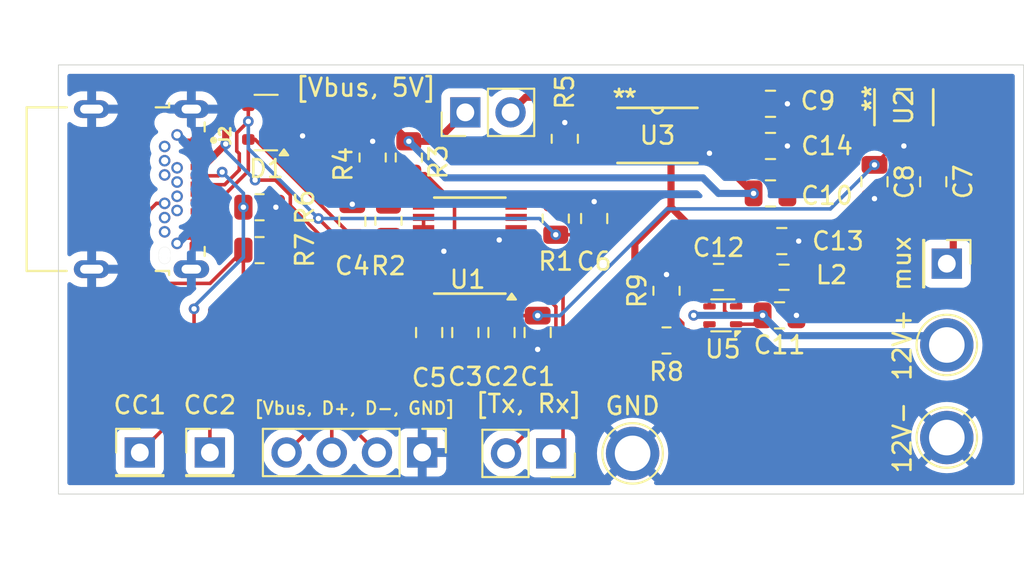
<source format=kicad_pcb>
(kicad_pcb (version 20240108) (generator "pcbnew") (generator_version "8.0")
  (layers (0 "F.Cu" signal) (31 "B.Cu" signal) (34 "B.Paste" user) (35 "F.Paste" user) (36 "B.SilkS" user "B.Silkscreen") (37 "F.SilkS" user "F.Silkscreen") (38 "B.Mask" user) (39 "F.Mask" user) (44 "Edge.Cuts" user))
  (net 0 "")
  (net 1 "+3.3V")
  (net 2 "D-")
  (net 3 "D+")
  (net 4 "5Vmux")
  (net 5 "5v")
  (net 6 "vbus")
  (net 7 "Net-(U5-EN)")
  (net 8 "/SW")
  (net 9 "/BST")
  (net 10 "Net-(J1-Pin_2)")
  (net 11 "Net-(J1-Pin_1)")
  (net 27 "Net-(U1-USBDP)")
  (net 28 "Net-(U1-USBDM)")
  (net 29 "Net-(U1-CBUS3)")
  (net 30 "Net-(U3-ILIM)")
  (net 31 "Net-(U5-FB)")
  (net 41 "CC1")
  (net 42 "GND")
  (net 43 "CC2")
  (footprint "Resistor_SMD:R_0805_2012Metric" (layer "F.Cu") (at 163.83 96.609 90)
    (property "Reference" "R5" (at 2.629 0 90) (layer "F.SilkS"))
    (property "Value" "400")
    (fp_line (start -0.227064 -0.735) (end 0.227064 -0.735) (stroke (width 0.12)) (layer "F.SilkS"))
    (fp_line (start -0.227064 0.735) (end 0.227064 0.735) (stroke (width 0.12)) (layer "F.SilkS"))
    (pad "1" smd roundrect (at -0.9125 0 90) (size 1.025 1.4) (layers "F.Cu" "F.Paste" "F.Mask") (roundrect_rratio 0.243902) (net 30 "Net-(U3-ILIM)"))
    (pad "2" smd roundrect (at 0.9125 0 90) (size 1.025 1.4) (layers "F.Cu" "F.Paste" "F.Mask") (roundrect_rratio 0.243902) (net 42 "GND"))
  )
  (footprint "TPS2115APW:PW8" (layer "F.Cu") (at 169.037 96.419501)
    (property "Reference" "U3" (at 0 0 0) (layer "F.SilkS"))
    (property "Value" "TPS2115APW")
    (fp_line (start -2.2479 1.5494) (end 2.2479 1.5494) (stroke (width 0.1524)) (layer "F.SilkS"))
    (fp_line (start 2.2479 -1.5494) (end -2.2479 -1.5494) (stroke (width 0.1524)) (layer "F.SilkS"))
    (fp_arc (start 0.3048 -1.5494) (mid 0 -1.2446) (end -0.3048 -1.5494) (stroke (width 0.1524)) (layer "F.SilkS"))
    (fp_text user "*" (at -2.159 -2.073001 0) (layer "F.SilkS"))
    (fp_text user "*" (at -1.524 -2.073001 0) (layer "F.SilkS"))
    (pad "1" smd rect (at -2.921 -0.974999) (size 1.4732 0.3556) (layers "F.Cu" "F.Paste" "F.Mask"))
    (pad "2" smd rect (at -2.921 -0.325001) (size 1.4732 0.3556) (layers "F.Cu" "F.Paste" "F.Mask"))
    (pad "3" smd rect (at -2.921 0.325001) (size 1.4732 0.3556) (layers "F.Cu" "F.Paste" "F.Mask") (net 42 "GND"))
    (pad "4" smd rect (at -2.921 0.974999) (size 1.4732 0.3556) (layers "F.Cu" "F.Paste" "F.Mask") (net 30 "Net-(U3-ILIM)"))
    (pad "5" smd rect (at 2.921 0.974999) (size 1.4732 0.3556) (layers "F.Cu" "F.Paste" "F.Mask") (net 42 "GND"))
    (pad "6" smd rect (at 2.921 0.325001) (size 1.4732 0.3556) (layers "F.Cu" "F.Paste" "F.Mask") (net 6 "vbus"))
    (pad "7" smd rect (at 2.921 -0.325001) (size 1.4732 0.3556) (layers "F.Cu" "F.Paste" "F.Mask") (net 4 "5Vmux"))
    (pad "8" smd rect (at 2.921 -0.974999) (size 1.4732 0.3556) (layers "F.Cu" "F.Paste" "F.Mask") (net 5 "5v"))
  )
  (footprint "Capacitor_SMD:C_0805_2012Metric" (layer "F.Cu") (at 165.481 101.092 90)
    (property "Reference" "C6" (at -2.413 0 180) (layer "F.SilkS"))
    (property "Value" "47pF")
    (fp_line (start -0.261252 -0.735) (end 0.261252 -0.735) (stroke (width 0.12)) (layer "F.SilkS"))
    (fp_line (start -0.261252 0.735) (end 0.261252 0.735) (stroke (width 0.12)) (layer "F.SilkS"))
    (pad "1" smd roundrect (at -0.95 0 90) (size 1 1.45) (layers "F.Cu" "F.Paste" "F.Mask") (net 3 "D+"))
    (pad "2" smd roundrect (at 0.95 0 90) (size 1 1.45) (layers "F.Cu" "F.Paste" "F.Mask") (net 42 "GND"))
  )
  (footprint "Connector_PinHeader_2.54mm:PinHeader_1x01_P2.54mm_Vertical" (layer "F.Cu") (at 185.293 103.632 -90)
    (property "Reference" "mux" (at 0 2.54 90) (layer "F.SilkS"))
    (property "Value" "Conn_01x01_Pin")
    (fp_line (start -1.33 1.33) (end 1.33 1.33) (stroke (width 0.12)) (layer "F.SilkS"))
    (fp_line (start -1.33 1.27) (end -1.33 1.33) (stroke (width 0.12)) (layer "F.SilkS"))
    (fp_line (start -1.33 1.27) (end 1.33 1.27) (stroke (width 0.12)) (layer "F.SilkS"))
    (fp_line (start 1.33 1.27) (end 1.33 1.33) (stroke (width 0.12)) (layer "F.SilkS"))
    (fp_line (start -1.33 0) (end -1.33 -1.33) (stroke (width 0.12)) (layer "F.SilkS"))
    (fp_line (start -1.33 -1.33) (end 0 -1.33) (stroke (width 0.12)) (layer "F.SilkS"))
    (pad "1" thru_hole rect (at 0 0 270) (size 1.7 1.7) (drill 1) (layers "*.Cu" "*.Mask") (net 4 "5Vmux"))
  )
  (footprint "Resistor_SMD:R_0805_2012Metric" (layer "F.Cu") (at 169.545 107.95)
    (property "Reference" "R8" (at 0 1.7545 0) (layer "F.SilkS"))
    (property "Value" "73k")
    (fp_line (start -0.227064 -0.735) (end 0.227064 -0.735) (stroke (width 0.12)) (layer "F.SilkS"))
    (fp_line (start -0.227064 0.735) (end 0.227064 0.735) (stroke (width 0.12)) (layer "F.SilkS"))
    (pad "1" smd roundrect (at -0.9125 0) (size 1.025 1.4) (layers "F.Cu" "F.Paste" "F.Mask") (roundrect_rratio 0.243902) (net 5 "5v"))
    (pad "2" smd roundrect (at 0.9125 0) (size 1.025 1.4) (layers "F.Cu" "F.Paste" "F.Mask") (roundrect_rratio 0.243902) (net 31 "Net-(U5-FB)"))
  )
  (footprint "Resistor_SMD:R_0805_2012Metric" (layer "F.Cu") (at 153.035 97.663 90)
    (property "Reference" "R4" (at -0.381 -1.651 90) (layer "F.SilkS"))
    (property "Value" "10k")
    (fp_line (start -0.227064 -0.735) (end 0.227064 -0.735) (stroke (width 0.12)) (layer "F.SilkS"))
    (fp_line (start -0.227064 0.735) (end 0.227064 0.735) (stroke (width 0.12)) (layer "F.SilkS"))
    (pad "1" smd roundrect (at -0.9125 0 90) (size 1.025 1.4) (layers "F.Cu" "F.Paste" "F.Mask") (roundrect_rratio 0.243902) (net 29 "Net-(U1-CBUS3)"))
    (pad "2" smd roundrect (at 0.9125 0 90) (size 1.025 1.4) (layers "F.Cu" "F.Paste" "F.Mask") (roundrect_rratio 0.243902) (net 42 "GND"))
  )
  (footprint "TestPoint:TestPoint_Plated_Hole_D2.0mm" (layer "F.Cu") (at 167.64 114.3)
    (property "Reference" "GND" (at 0 -2.667 0) (layer "F.SilkS"))
    (property "Value" "TestpointGND")
    (fp_circle (center 0 0) (end 0 -1.7) (stroke (width 0.12)) (fill none) (layer "F.SilkS"))
    (pad "1" thru_hole circle (at 0 0) (size 3 3) (drill 2) (layers "*.Cu" "*.Mask") (net 42 "GND"))
  )
  (footprint "Package_SO:SSOP-16_3.9x4.9mm_P0.635mm" (layer "F.Cu") (at 158.496 102.616 180)
    (property "Reference" "U1" (at 0.127 -1.905 0) (layer "F.SilkS"))
    (property "Value" "FT230XS-R")
    (fp_line (start -2 2.7) (end 2 2.7) (stroke (width 0.15)) (layer "F.SilkS"))
    (fp_line (start -2 -2.7) (end 2 -2.7) (stroke (width 0.15)) (layer "F.SilkS"))
    (fp_poly (pts (xy -2.35 -2.7) (xy -2.59 -3.03) (xy -2.11 -3.03) (xy -2.35 -2.7)) (stroke (width 0.12)) (fill solid) (layer "F.SilkS"))
    (pad "1" smd rect (at -2.6 -2.2225 180) (size 1.2 0.4) (layers "F.Cu" "F.Paste" "F.Mask") (net 10 "Net-(J1-Pin_2)"))
    (pad "2" smd rect (at -2.6 -1.5875 180) (size 1.2 0.4) (layers "F.Cu" "F.Paste" "F.Mask"))
    (pad "3" smd rect (at -2.6 -0.9525 180) (size 1.2 0.4) (layers "F.Cu" "F.Paste" "F.Mask") (net 1 "+3.3V"))
    (pad "4" smd rect (at -2.6 -0.3175 180) (size 1.2 0.4) (layers "F.Cu" "F.Paste" "F.Mask") (net 11 "Net-(J1-Pin_1)"))
    (pad "5" smd rect (at -2.6 0.3175 180) (size 1.2 0.4) (layers "F.Cu" "F.Paste" "F.Mask") (net 42 "GND"))
    (pad "6" smd rect (at -2.6 0.9525 180) (size 1.2 0.4) (layers "F.Cu" "F.Paste" "F.Mask"))
    (pad "7" smd rect (at -2.6 1.5875 180) (size 1.2 0.4) (layers "F.Cu" "F.Paste" "F.Mask"))
    (pad "8" smd rect (at -2.6 2.2225 180) (size 1.2 0.4) (layers "F.Cu" "F.Paste" "F.Mask") (net 27 "Net-(U1-USBDP)"))
    (pad "9" smd rect (at 2.6 2.2225 180) (size 1.2 0.4) (layers "F.Cu" "F.Paste" "F.Mask") (net 28 "Net-(U1-USBDM)"))
    (pad "10" smd rect (at 2.6 1.5875 180) (size 1.2 0.4) (layers "F.Cu" "F.Paste" "F.Mask") (net 1 "+3.3V"))
    (pad "11" smd rect (at 2.6 0.9525 180) (size 1.2 0.4) (layers "F.Cu" "F.Paste" "F.Mask") (net 1 "+3.3V"))
    (pad "12" smd rect (at 2.6 0.3175 180) (size 1.2 0.4) (layers "F.Cu" "F.Paste" "F.Mask") (net 1 "+3.3V"))
    (pad "13" smd rect (at 2.6 -0.3175 180) (size 1.2 0.4) (layers "F.Cu" "F.Paste" "F.Mask") (net 42 "GND"))
    (pad "14" smd rect (at 2.6 -0.9525 180) (size 1.2 0.4) (layers "F.Cu" "F.Paste" "F.Mask"))
    (pad "15" smd rect (at 2.6 -1.5875 180) (size 1.2 0.4) (layers "F.Cu" "F.Paste" "F.Mask"))
    (pad "16" smd rect (at 2.6 -2.2225 180) (size 1.2 0.4) (layers "F.Cu" "F.Paste" "F.Mask") (net 29 "Net-(U1-CBUS3)"))
  )
  (footprint "Connector_PinHeader_2.54mm:PinHeader_1x04_P2.54mm_Vertical" (layer "F.Cu") (at 155.819 114.25 -90)
    (property "Reference" "[Vbus, D+, D-, GND]" (at -2.49 3.8 0) (layer "F.SilkS") (effects (font (size 0.7 0.7) (thickness 0.125))))
    (property "Value" "Conn_01x04_Pin")
    (fp_line (start -1.33 8.95) (end 1.33 8.95) (stroke (width 0.12)) (layer "F.SilkS"))
    (fp_line (start -1.33 1.27) (end -1.33 8.95) (stroke (width 0.12)) (layer "F.SilkS"))
    (fp_line (start -1.33 1.27) (end 1.33 1.27) (stroke (width 0.12)) (layer "F.SilkS"))
    (fp_line (start 1.33 1.27) (end 1.33 8.95) (stroke (width 0.12)) (layer "F.SilkS"))
    (fp_line (start -1.33 0) (end -1.33 -1.33) (stroke (width 0.12)) (layer "F.SilkS"))
    (fp_line (start -1.33 -1.33) (end 0 -1.33) (stroke (width 0.12)) (layer "F.SilkS"))
    (pad "1" thru_hole rect (at 0 0 270) (size 1.7 1.7) (drill 1) (layers "*.Cu" "*.Mask") (net 42 "GND"))
    (pad "2" thru_hole oval (at 0 2.54 270) (size 1.7 1.7) (drill 1) (layers "*.Cu" "*.Mask") (net 2 "D-"))
    (pad "3" thru_hole oval (at 0 5.08 270) (size 1.7 1.7) (drill 1) (layers "*.Cu" "*.Mask") (net 3 "D+"))
    (pad "4" thru_hole oval (at 0 7.62 270) (size 1.7 1.7) (drill 1) (layers "*.Cu" "*.Mask") (net 6 "vbus"))
  )
  (footprint "Package_TO_SOT_SMD:SOT-563" (layer "F.Cu") (at 172.708 106.5375 180)
    (property "Reference" "U5" (at 0 -1.9 0) (layer "F.SilkS"))
    (property "Value" "TPS562231DRLR")
    (fp_line (start 0.65 0.9) (end -0.65 0.9) (stroke (width 0.12)) (layer "F.SilkS"))
    (fp_line (start 0.65 -0.9) (end -0.45 -0.9) (stroke (width 0.12)) (layer "F.SilkS"))
    (fp_poly (pts (xy -0.7 -0.9) (xy -0.98 -0.9) (xy -0.7 -1.18) (xy -0.7 -0.9)) (stroke (width 0.12)) (fill solid) (layer "F.SilkS"))
    (pad "1" smd roundrect (at -0.75 -0.5 180) (size 0.7 0.34) (layers "F.Cu" "F.Paste" "F.Mask") (net 7 "Net-(U5-EN)"))
    (pad "2" smd roundrect (at -0.75 0 180) (size 0.7 0.34) (layers "F.Cu" "F.Paste" "F.Mask") (net 8 "/SW"))
    (pad "3" smd roundrect (at -0.75 0.5 180) (size 0.7 0.34) (layers "F.Cu" "F.Paste" "F.Mask") (net 42 "GND"))
    (pad "4" smd roundrect (at 0.75 0.5 180) (size 0.7 0.34) (layers "F.Cu" "F.Paste" "F.Mask") (net 9 "/BST"))
    (pad "5" smd roundrect (at 0.75 0 180) (size 0.7 0.34) (layers "F.Cu" "F.Paste" "F.Mask") (net 7 "Net-(U5-EN)"))
    (pad "6" smd roundrect (at 0.75 -0.5 180) (size 0.7 0.34) (layers "F.Cu" "F.Paste" "F.Mask") (net 31 "Net-(U5-FB)"))
  )
  (footprint "UTSVT_Connectors:CUI_UJ31-CH-G2-SMT-TR" (layer "F.Cu") (at 143.1585 96.691 -90)
    (property "Reference" "J2" (at -0.250125 -1.590815 90) (layer "F.SilkS") (effects (font (size 0.630244 0.630244))))
    (property "Value" "UJ31-CH-G2-SMT-TR")
    (fp_line (start -1.85 9.56) (end -1.85 7.31) (stroke (width 0.127)) (layer "F.SilkS"))
    (fp_line (start 7.35 9.56) (end -1.85 9.56) (stroke (width 0.127)) (layer "F.SilkS"))
    (fp_line (start 7.35 7.31) (end 7.35 9.56) (stroke (width 0.127)) (layer "F.SilkS"))
    (fp_line (start -2.075 1.56) (end -1.85 1.56) (stroke (width 0.127)) (layer "F.SilkS"))
    (fp_line (start -1.85 1.56) (end -1.85 2.31) (stroke (width 0.127)) (layer "F.SilkS"))
    (fp_line (start 7.35 1.56) (end 7.35 2.31) (stroke (width 0.127)) (layer "F.SilkS"))
    (fp_line (start 7.575 1.56) (end 7.35 1.56) (stroke (width 0.127)) (layer "F.SilkS"))
    (fp_line (start -1 -0.44) (end -0.5 -0.44) (stroke (width 0.127)) (layer "F.SilkS"))
    (fp_line (start 6 -0.44) (end 6.5 -0.44) (stroke (width 0.127)) (layer "F.SilkS"))
    (fp_circle (center 0 -0.94) (end 0.1 -0.94) (stroke (width 0.2)) (fill none) (layer "F.SilkS"))
    (fp_line (start 6.325 2.135) (end 6.625 2.135) (stroke (width 0.01)) (layer "Edge.Cuts"))
    (fp_line (start 6.325 1.485) (end 6.625 1.485) (stroke (width 0.01)) (layer "Edge.Cuts"))
    (fp_arc (start 6.325 2.135) (mid 6 1.81) (end 6.325 1.485) (stroke (width 0.01)) (layer "Edge.Cuts"))
    (fp_arc (start 6.625 1.485) (mid 6.95 1.81) (end 6.625 2.135) (stroke (width 0.01)) (layer "Edge.Cuts"))
    (pad "" np_thru_hole circle (at -0.975 1.81 270) (size 0.65 0.65) (drill 0.65) (layers "*.Cu" "*.Mask"))
    (pad "" np_thru_hole circle (at 6.475 1.81 270) (size 0.65 0.65) (drill 0.65) (layers "*.Cu" "*.Mask"))
    (pad "A1" smd rect (at 0 0 270) (size 0.35 0.7) (layers "F.Cu" "F.Paste" "F.Mask") (net 42 "GND"))
    (pad "A2" smd rect (at 0.5 0 270) (size 0.35 0.7) (layers "F.Cu" "F.Paste" "F.Mask"))
    (pad "A3" smd rect (at 1 0 270) (size 0.35 0.7) (layers "F.Cu" "F.Paste" "F.Mask"))
    (pad "A4" smd rect (at 1.5 0 270) (size 0.35 0.7) (layers "F.Cu" "F.Paste" "F.Mask") (net 6 "vbus"))
    (pad "A5" smd rect (at 2 0 270) (size 0.35 0.7) (layers "F.Cu" "F.Paste" "F.Mask") (net 41 "CC1"))
    (pad "A6" smd rect (at 2.5 0 270) (size 0.35 0.7) (layers "F.Cu" "F.Paste" "F.Mask") (net 3 "D+"))
    (pad "A7" smd rect (at 3 0 270) (size 0.35 0.7) (layers "F.Cu" "F.Paste" "F.Mask") (net 2 "D-"))
    (pad "A8" smd rect (at 3.5 0 270) (size 0.35 0.7) (layers "F.Cu" "F.Paste" "F.Mask"))
    (pad "A9" smd rect (at 4 0 270) (size 0.35 0.7) (layers "F.Cu" "F.Paste" "F.Mask"))
    (pad "A10" smd rect (at 4.5 0 270) (size 0.35 0.7) (layers "F.Cu" "F.Paste" "F.Mask"))
    (pad "A11" smd rect (at 5 0 270) (size 0.35 0.7) (layers "F.Cu" "F.Paste" "F.Mask"))
    (pad "A12" smd rect (at 5.5 0 270) (size 0.35 0.7) (layers "F.Cu" "F.Paste" "F.Mask") (net 42 "GND"))
    (pad "B1" thru_hole circle (at 5.8 1.11 270) (size 0.65 0.65) (drill 0.4) (layers "*.Cu" "*.Mask") (net 42 "GND"))
    (pad "B2" thru_hole circle (at 5.15 1.81 270) (size 0.65 0.65) (drill 0.4) (layers "*.Cu" "*.Mask"))
    (pad "B3" thru_hole circle (at 4.35 1.81 270) (size 0.65 0.65) (drill 0.4) (layers "*.Cu" "*.Mask"))
    (pad "B4" thru_hole circle (at 3.95 1.11 270) (size 0.65 0.65) (drill 0.4) (layers "*.Cu" "*.Mask"))
    (pad "B5" thru_hole circle (at 3.55 1.81 270) (size 0.65 0.65) (drill 0.4) (layers "*.Cu" "*.Mask") (net 43 "CC2"))
    (pad "B6" thru_hole circle (at 3.15 1.11 270) (size 0.65 0.65) (drill 0.4) (layers "*.Cu" "*.Mask"))
    (pad "B7" thru_hole circle (at 2.35 1.11 270) (size 0.65 0.65) (drill 0.4) (layers "*.Cu" "*.Mask"))
    (pad "B8" thru_hole circle (at 1.95 1.81 270) (size 0.65 0.65) (drill 0.4) (layers "*.Cu" "*.Mask"))
    (pad "B9" thru_hole circle (at 1.55 1.11 270) (size 0.65 0.65) (drill 0.4) (layers "*.Cu" "*.Mask"))
    (pad "B10" thru_hole circle (at 1.15 1.81 270) (size 0.65 0.65) (drill 0.4) (layers "*.Cu" "*.Mask"))
    (pad "B11" thru_hole circle (at 0.35 1.81 270) (size 0.65 0.65) (drill 0.4) (layers "*.Cu" "*.Mask"))
    (pad "B12" thru_hole circle (at -0.3 1.11 270) (size 0.65 0.65) (drill 0.4) (layers "*.Cu" "*.Mask") (net 42 "GND"))
    (pad "SH1" thru_hole oval (at -1.75 0.31 270) (size 1 2) (drill oval 0.5 1.1) (layers "*.Cu" "*.Mask") (net 42 "GND"))
    (pad "SH2" thru_hole oval (at 7.25 0.31 270) (size 1 2) (drill oval 0.5 1.1) (layers "*.Cu" "*.Mask") (net 42 "GND"))
    (pad "SH3" thru_hole oval (at -1.75 5.91 270) (size 1 2) (drill oval 0.5 1.3) (layers "*.Cu" "*.Mask") (net 42 "GND"))
    (pad "SH4" thru_hole oval (at 7.25 5.91 270) (size 1 2) (drill oval 0.5 1.3) (layers "*.Cu" "*.Mask") (net 42 "GND"))
  )
  (footprint "Resistor_SMD:R_0805_2012Metric" (layer "F.Cu") (at 169.545 105.156 90)
    (property "Reference" "R9" (at 0 -1.65 90) (layer "F.SilkS"))
    (property "Value" "10k")
    (fp_line (start -0.227064 -0.735) (end 0.227064 -0.735) (stroke (width 0.12)) (layer "F.SilkS"))
    (fp_line (start -0.227064 0.735) (end 0.227064 0.735) (stroke (width 0.12)) (layer "F.SilkS"))
    (pad "1" smd roundrect (at -0.9125 0 90) (size 1.025 1.4) (layers "F.Cu" "F.Paste" "F.Mask") (roundrect_rratio 0.243902) (net 31 "Net-(U5-FB)"))
    (pad "2" smd roundrect (at 0.9125 0 90) (size 1.025 1.4) (layers "F.Cu" "F.Paste" "F.Mask") (roundrect_rratio 0.243902) (net 42 "GND"))
  )
  (footprint "Connector_PinSocket_2.54mm:PinSocket_1x02_P2.54mm_Vertical" (layer "F.Cu") (at 163.068 114.3 -90)
    (property "Reference" "[Tx, Rx]" (at -2.794 1.27 0) (layer "F.SilkS"))
    (property "Value" "Conn_01x02_Pin")
    (fp_line (start -1.33 3.87) (end 1.33 3.87) (stroke (width 0.12)) (layer "F.SilkS"))
    (fp_line (start -1.33 1.27) (end -1.33 3.87) (stroke (width 0.12)) (layer "F.SilkS"))
    (fp_line (start -1.33 1.27) (end 1.33 1.27) (stroke (width 0.12)) (layer "F.SilkS"))
    (fp_line (start 1.33 1.27) (end 1.33 3.87) (stroke (width 0.12)) (layer "F.SilkS"))
    (fp_line (start 0 -1.33) (end 1.33 -1.33) (stroke (width 0.12)) (layer "F.SilkS"))
    (fp_line (start 1.33 -1.33) (end 1.33 0) (stroke (width 0.12)) (layer "F.SilkS"))
    (pad "1" thru_hole rect (at 0 0 270) (size 1.7 1.7) (drill 1) (layers "*.Cu" "*.Mask") (net 11 "Net-(J1-Pin_1)"))
    (pad "2" thru_hole oval (at 0 2.54 270) (size 1.7 1.7) (drill 1) (layers "*.Cu" "*.Mask") (net 10 "Net-(J1-Pin_2)"))
  )
  (footprint "Capacitor_SMD:C_0805_2012Metric" (layer "F.Cu") (at 158.242 107.503 -90)
    (property "Reference" "C3" (at 2.479 0 180) (layer "F.SilkS"))
    (property "Value" "100nF")
    (fp_line (start -0.261252 0.735) (end 0.261252 0.735) (stroke (width 0.12)) (layer "F.SilkS"))
    (fp_line (start -0.261252 -0.735) (end 0.261252 -0.735) (stroke (width 0.12)) (layer "F.SilkS"))
    (pad "1" smd roundrect (at -0.95 0 270) (size 1 1.45) (layers "F.Cu" "F.Paste" "F.Mask") (net 1 "+3.3V"))
    (pad "2" smd roundrect (at 0.95 0 270) (size 1 1.45) (layers "F.Cu" "F.Paste" "F.Mask") (net 42 "GND"))
  )
  (footprint "Capacitor_SMD:C_0805_2012Metric" (layer "F.Cu") (at 175.387 99.6805)
    (property "Reference" "C10" (at 3.175 0.127 0) (layer "F.SilkS"))
    (property "Value" "0.1uF")
    (fp_line (start -0.261252 -0.735) (end 0.261252 -0.735) (stroke (width 0.12)) (layer "F.SilkS"))
    (fp_line (start -0.261252 0.735) (end 0.261252 0.735) (stroke (width 0.12)) (layer "F.SilkS"))
    (pad "1" smd roundrect (at -0.95 0) (size 1 1.45) (layers "F.Cu" "F.Paste" "F.Mask") (net 6 "vbus"))
    (pad "2" smd roundrect (at 0.95 0) (size 1 1.45) (layers "F.Cu" "F.Paste" "F.Mask") (net 42 "GND"))
  )
  (footprint "Package_TO_SOT_SMD:SOT-143" (layer "F.Cu") (at 147.05 95.697 180)
    (property "Reference" "D1" (at -0.016 -2.601 0) (layer "F.SilkS"))
    (property "Value" "SP0503BAHT")
    (fp_line (start 0.65 -1.56) (end -0.62 -1.56) (stroke (width 0.12)) (layer "F.SilkS"))
    (fp_line (start -0.65 1.56) (end 0.65 1.56) (stroke (width 0.12)) (layer "F.SilkS"))
    (fp_poly (pts (xy -1 -1.51) (xy -1.24 -1.84) (xy -0.76 -1.84) (xy -1 -1.51)) (stroke (width 0.12)) (fill solid) (layer "F.SilkS"))
    (pad "1" smd roundrect (at -1 -0.75 180) (size 0.7 1) (layers "F.Cu" "F.Paste" "F.Mask") (net 42 "GND"))
    (pad "2" smd roundrect (at -1 0.95 180) (size 0.7 0.6) (layers "F.Cu" "F.Paste" "F.Mask") (net 6 "vbus"))
    (pad "3" smd roundrect (at 1 0.95 180) (size 0.7 0.6) (layers "F.Cu" "F.Paste" "F.Mask") (net 3 "D+"))
    (pad "4" smd roundrect (at 1 -0.95 180) (size 0.7 0.6) (layers "F.Cu" "F.Paste" "F.Mask") (net 2 "D-"))
  )
  (footprint "Capacitor_SMD:C_0805_2012Metric" (layer "F.Cu") (at 184.531 99.025501 -90)
    (property "Reference" "C7" (at 0 -1.68 90) (layer "F.SilkS"))
    (property "Value" "0.1uf")
    (fp_line (start -0.261252 0.735) (end 0.261252 0.735) (stroke (width 0.12)) (layer "F.SilkS"))
    (fp_line (start -0.261252 -0.735) (end 0.261252 -0.735) (stroke (width 0.12)) (layer "F.SilkS"))
    (pad "1" smd roundrect (at -0.95 0 270) (size 1 1.45) (layers "F.Cu" "F.Paste" "F.Mask") (net 4 "5Vmux"))
    (pad "2" smd roundrect (at 0.95 0 270) (size 1 1.45) (layers "F.Cu" "F.Paste" "F.Mask") (net 42 "GND"))
  )
  (footprint "Capacitor_SMD:C_0805_2012Metric" (layer "F.Cu") (at 175.895 106.5385)
    (property "Reference" "C11" (at 0 1.6655 0) (layer "F.SilkS"))
    (property "Value" "10uF")
    (fp_line (start -0.261252 -0.735) (end 0.261252 -0.735) (stroke (width 0.12)) (layer "F.SilkS"))
    (fp_line (start -0.261252 0.735) (end 0.261252 0.735) (stroke (width 0.12)) (layer "F.SilkS"))
    (pad "1" smd roundrect (at -0.95 0) (size 1 1.45) (layers "F.Cu" "F.Paste" "F.Mask") (net 7 "Net-(U5-EN)"))
    (pad "2" smd roundrect (at 0.95 0) (size 1 1.45) (layers "F.Cu" "F.Paste" "F.Mask") (net 42 "GND"))
  )
  (footprint "TestPoint:TestPoint_Plated_Hole_D2.0mm" (layer "F.Cu") (at 185.293 113.411 90)
    (property "Reference" "12V-" (at 0 -2.498 90) (layer "F.SilkS"))
    (property "Value" "12V-")
    (fp_circle (center 0 0) (end 0 -1.7) (stroke (width 0.12)) (fill none) (layer "F.SilkS"))
    (pad "1" thru_hole circle (at 0 0 90) (size 3 3) (drill 2) (layers "*.Cu" "*.Mask") (net 42 "GND"))
  )
  (footprint "TLV70130DBVR:DBV5-L" (layer "F.Cu") (at 182.88 94.834501 90)
    (property "Reference" "U2" (at 0 0 90) (layer "F.SilkS"))
    (property "Value" "TLV70130DBVR")
    (fp_line (start 1.0033 -1.651) (end -1.0033 -1.651) (stroke (width 0.1524)) (layer "F.SilkS"))
    (fp_line (start 1.0033 0.388661) (end 1.0033 -0.388661) (stroke (width 0.1524)) (layer "F.SilkS"))
    (fp_line (start -1.0033 1.651) (end 1.0033 1.651) (stroke (width 0.1524)) (layer "F.SilkS"))
    (fp_text user "*" (at 0.107001 -1.778 90) (layer "F.SilkS"))
    (fp_text user "*" (at 0.869001 -1.778 90) (layer "F.SilkS"))
    (pad "1" smd rect (at -1.26365 -0.950001 90) (size 0.7747 0.4572) (layers "F.Cu" "F.Paste" "F.Mask") (net 1 "+3.3V"))
    (pad "2" smd rect (at -1.26365 0 90) (size 0.7747 0.4572) (layers "F.Cu" "F.Paste" "F.Mask") (net 42 "GND"))
    (pad "3" smd rect (at -1.26365 0.950001 90) (size 0.7747 0.4572) (layers "F.Cu" "F.Paste" "F.Mask") (net 4 "5Vmux"))
    (pad "4" smd rect (at 1.26365 0.950001 90) (size 0.7747 0.4572) (layers "F.Cu" "F.Paste" "F.Mask"))
    (pad "5" smd rect (at 1.26365 -0.950001 90) (size 0.7747 0.4572) (layers "F.Cu" "F.Paste" "F.Mask"))
  )
  (footprint "Capacitor_SMD:C_0805_2012Metric" (layer "F.Cu") (at 175.387 97.0135)
    (property "Reference" "C14" (at 3.175 0 0) (layer "F.SilkS"))
    (property "Value" "0.1uF")
    (fp_line (start -0.261252 -0.735) (end 0.261252 -0.735) (stroke (width 0.12)) (layer "F.SilkS"))
    (fp_line (start -0.261252 0.735) (end 0.261252 0.735) (stroke (width 0.12)) (layer "F.SilkS"))
    (pad "1" smd roundrect (at -0.95 0) (size 1 1.45) (layers "F.Cu" "F.Paste" "F.Mask") (net 4 "5Vmux"))
    (pad "2" smd roundrect (at 0.95 0) (size 1 1.45) (layers "F.Cu" "F.Paste" "F.Mask") (net 42 "GND"))
  )
  (footprint "Capacitor_SMD:C_0805_2012Metric" (layer "F.Cu") (at 151.892 101.239 90)
    (property "Reference" "C4" (at -2.52 0 180) (layer "F.SilkS"))
    (property "Value" "47pF")
    (fp_line (start -0.261252 -0.735) (end 0.261252 -0.735) (stroke (width 0.12)) (layer "F.SilkS"))
    (fp_line (start -0.261252 0.735) (end 0.261252 0.735) (stroke (width 0.12)) (layer "F.SilkS"))
    (pad "1" smd roundrect (at -0.95 0 90) (size 1 1.45) (layers "F.Cu" "F.Paste" "F.Mask") (net 2 "D-"))
    (pad "2" smd roundrect (at 0.95 0 90) (size 1 1.45) (layers "F.Cu" "F.Paste" "F.Mask") (net 42 "GND"))
  )
  (footprint "Resistor_SMD:R_0805_2012Metric" (layer "F.Cu") (at 163.322 101.092 -90)
    (property "Reference" "R1" (at 2.413 0 180) (layer "F.SilkS"))
    (property "Value" "27")
    (fp_line (start -0.227064 0.735) (end 0.227064 0.735) (stroke (width 0.12)) (layer "F.SilkS"))
    (fp_line (start -0.227064 -0.735) (end 0.227064 -0.735) (stroke (width 0.12)) (layer "F.SilkS"))
    (pad "1" smd roundrect (at -0.9125 0 270) (size 1.025 1.4) (layers "F.Cu" "F.Paste" "F.Mask") (roundrect_rratio 0.243902) (net 27 "Net-(U1-USBDP)"))
    (pad "2" smd roundrect (at 0.9125 0 270) (size 1.025 1.4) (layers "F.Cu" "F.Paste" "F.Mask") (roundrect_rratio 0.243902) (net 3 "D+"))
  )
  (footprint "Capacitor_SMD:C_0805_2012Metric" (layer "F.Cu") (at 160.274 107.503 -90)
    (property "Reference" "C2" (at 2.479 0 180) (layer "F.SilkS"))
    (property "Value" "100nF")
    (fp_line (start -0.261252 0.735) (end 0.261252 0.735) (stroke (width 0.12)) (layer "F.SilkS"))
    (fp_line (start -0.261252 -0.735) (end 0.261252 -0.735) (stroke (width 0.12)) (layer "F.SilkS"))
    (pad "1" smd roundrect (at -0.95 0 270) (size 1 1.45) (layers "F.Cu" "F.Paste" "F.Mask") (net 1 "+3.3V"))
    (pad "2" smd roundrect (at 0.95 0 270) (size 1 1.45) (layers "F.Cu" "F.Paste" "F.Mask") (net 42 "GND"))
  )
  (footprint "Resistor_SMD:R_0805_2012Metric" (layer "F.Cu") (at 155.067 97.663 -90)
    (property "Reference" "R3" (at 0.254 -1.651 90) (layer "F.SilkS"))
    (property "Value" "4.7k")
    (fp_line (start -0.227064 0.735) (end 0.227064 0.735) (stroke (width 0.12)) (layer "F.SilkS"))
    (fp_line (start -0.227064 -0.735) (end 0.227064 -0.735) (stroke (width 0.12)) (layer "F.SilkS"))
    (pad "1" smd roundrect (at -0.9125 0 270) (size 1.025 1.4) (layers "F.Cu" "F.Paste" "F.Mask") (roundrect_rratio 0.243902) (net 6 "vbus"))
    (pad "2" smd roundrect (at 0.9125 0 270) (size 1.025 1.4) (layers "F.Cu" "F.Paste" "F.Mask") (roundrect_rratio 0.243902) (net 29 "Net-(U1-CBUS3)"))
  )
  (footprint "Capacitor_SMD:C_0805_2012Metric" (layer "F.Cu") (at 156.21 107.503 -90)
    (property "Reference" "C5" (at 2.545 0 180) (layer "F.SilkS"))
    (property "Value" "100nF")
    (fp_line (start -0.261252 0.735) (end 0.261252 0.735) (stroke (width 0.12)) (layer "F.SilkS"))
    (fp_line (start -0.261252 -0.735) (end 0.261252 -0.735) (stroke (width 0.12)) (layer "F.SilkS"))
    (pad "1" smd roundrect (at -0.95 0 270) (size 1 1.45) (layers "F.Cu" "F.Paste" "F.Mask") (net 1 "+3.3V"))
    (pad "2" smd roundrect (at 0.95 0 270) (size 1 1.45) (layers "F.Cu" "F.Paste" "F.Mask") (net 42 "GND"))
  )
  (footprint "Resistor_SMD:R_0805_2012Metric" (layer "F.Cu") (at 146.685 100.457)
    (property "Reference" "R6" (at 2.54 0 90) (layer "F.SilkS"))
    (property "Value" "5.1k")
    (fp_line (start -0.227064 -0.735) (end 0.227064 -0.735) (stroke (width 0.12)) (layer "F.SilkS"))
    (fp_line (start -0.227064 0.735) (end 0.227064 0.735) (stroke (width 0.12)) (layer "F.SilkS"))
    (pad "1" smd roundrect (at -0.9125 0) (size 1.025 1.4) (layers "F.Cu" "F.Paste" "F.Mask") (roundrect_rratio 0.243902) (net 41 "CC1"))
    (pad "2" smd roundrect (at 0.9125 0) (size 1.025 1.4) (layers "F.Cu" "F.Paste" "F.Mask") (roundrect_rratio 0.243902) (net 42 "GND"))
  )
  (footprint "Capacitor_SMD:C_0805_2012Metric" (layer "F.Cu") (at 172.466 104.3795)
    (property "Reference" "C12" (at 0 -1.651 360) (layer "F.SilkS"))
    (property "Value" "0.1uF")
    (fp_line (start -0.261252 -0.735) (end 0.261252 -0.735) (stroke (width 0.12)) (layer "F.SilkS"))
    (fp_line (start -0.261252 0.735) (end 0.261252 0.735) (stroke (width 0.12)) (layer "F.SilkS"))
    (pad "1" smd roundrect (at -0.95 0) (size 1 1.45) (layers "F.Cu" "F.Paste" "F.Mask") (net 9 "/BST"))
    (pad "2" smd roundrect (at 0.95 0) (size 1 1.45) (layers "F.Cu" "F.Paste" "F.Mask") (net 8 "/SW"))
  )
  (footprint "TestPoint:TestPoint_Plated_Hole_D2.0mm" (layer "F.Cu") (at 185.293 108.204 90)
    (property "Reference" "12V+" (at 0 -2.498 90) (layer "F.SilkS"))
    (property "Value" "12V+")
    (fp_circle (center 0 0) (end 0 -1.7) (stroke (width 0.12)) (fill none) (layer "F.SilkS"))
    (pad "1" thru_hole circle (at 0 0 90) (size 3 3) (drill 2) (layers "*.Cu" "*.Mask") (net 7 "Net-(U5-EN)"))
  )
  (footprint "Inductor_SMD:L_0805_2012Metric_Pad1.15x1.40mm_HandSolder" (layer "F.Cu") (at 176.149 104.394)
    (property "Reference" "L2" (at 2.667 -0.127 180) (layer "F.SilkS"))
    (property "Value" "3.3uH")
    (fp_line (start -0.261252 -0.71) (end 0.261252 -0.71) (stroke (width 0.12)) (layer "F.SilkS"))
    (fp_line (start -0.261252 0.71) (end 0.261252 0.71) (stroke (width 0.12)) (layer "F.SilkS"))
    (pad "1" smd roundrect (at -1.025 0) (size 1.15 1.4) (layers "F.Cu" "F.Paste" "F.Mask") (roundrect_rratio 0.217391) (net 8 "/SW"))
    (pad "2" smd roundrect (at 1.025 0) (size 1.15 1.4) (layers "F.Cu" "F.Paste" "F.Mask") (roundrect_rratio 0.217391) (net 5 "5v"))
  )
  (footprint "Connector_PinHeader_2.54mm:PinHeader_1x01_P2.54mm_Vertical" (layer "F.Cu") (at 143.891 114.25)
    (property "Reference" "CC2" (at 0 -2.667 360) (layer "F.SilkS"))
    (property "Value" "Conn_01x01_Pin")
    (fp_line (start -1.33 -1.33) (end 0 -1.33) (stroke (width 0.12)) (layer "F.SilkS"))
    (fp_line (start -1.33 0) (end -1.33 -1.33) (stroke (width 0.12)) (layer "F.SilkS"))
    (fp_line (start -1.33 1.27) (end -1.33 1.33) (stroke (width 0.12)) (layer "F.SilkS"))
    (fp_line (start -1.33 1.27) (end 1.33 1.27) (stroke (width 0.12)) (layer "F.SilkS"))
    (fp_line (start -1.33 1.33) (end 1.33 1.33) (stroke (width 0.12)) (layer "F.SilkS"))
    (fp_line (start 1.33 1.27) (end 1.33 1.33) (stroke (width 0.12)) (layer "F.SilkS"))
    (pad "1" thru_hole rect (at 0 0) (size 1.7 1.7) (drill 1) (layers "*.Cu" "*.Mask") (net 43 "CC2"))
  )
  (footprint "Connector_PinHeader_2.54mm:PinHeader_1x02_P2.54mm_Vertical" (layer "F.Cu") (at 158.242 95.123 90)
    (property "Reference" "[Vbus, 5V]" (at 1.397 -5.588 360) (layer "F.SilkS"))
    (property "Value" "Conn_01x02_Pin")
    (fp_line (start -1.33 -1.33) (end 0 -1.33) (stroke (width 0.12)) (layer "F.SilkS"))
    (fp_line (start -1.33 0) (end -1.33 -1.33) (stroke (width 0.12)) (layer "F.SilkS"))
    (fp_line (start 1.33 1.27) (end 1.33 3.87) (stroke (width 0.12)) (layer "F.SilkS"))
    (fp_line (start -1.33 1.27) (end 1.33 1.27) (stroke (width 0.12)) (layer "F.SilkS"))
    (fp_line (start -1.33 1.27) (end -1.33 3.87) (stroke (width 0.12)) (layer "F.SilkS"))
    (fp_line (start -1.33 3.87) (end 1.33 3.87) (stroke (width 0.12)) (layer "F.SilkS"))
    (pad "1" thru_hole rect (at 0 0 90) (size 1.7 1.7) (drill 1) (layers "*.Cu" "*.Mask") (net 6 "vbus"))
    (pad "2" thru_hole oval (at 0 2.54 90) (size 1.7 1.7) (drill 1) (layers "*.Cu" "*.Mask") (net 5 "5v"))
  )
  (footprint "Resistor_SMD:R_0805_2012Metric" (layer "F.Cu") (at 146.685 102.87)
    (property "Reference" "R7" (at 2.54 0 90) (layer "F.SilkS"))
    (property "Value" "5.1k")
    (fp_line (start -0.227064 -0.735) (end 0.227064 -0.735) (stroke (width 0.12)) (layer "F.SilkS"))
    (fp_line (start -0.227064 0.735) (end 0.227064 0.735) (stroke (width 0.12)) (layer "F.SilkS"))
    (pad "1" smd roundrect (at -0.9125 0) (size 1.025 1.4) (layers "F.Cu" "F.Paste" "F.Mask") (roundrect_rratio 0.243902) (net 43 "CC2"))
    (pad "2" smd roundrect (at 0.9125 0) (size 1.025 1.4) (layers "F.Cu" "F.Paste" "F.Mask") (roundrect_rratio 0.243902) (net 42 "GND"))
  )
  (footprint "Capacitor_SMD:C_0805_2012Metric" (layer "F.Cu") (at 176.022 102.362)
    (property "Reference" "C13" (at 3.157 0 360) (layer "F.SilkS"))
    (property "Value" "47uF")
    (fp_line (start -0.261252 -0.735) (end 0.261252 -0.735) (stroke (width 0.12)) (layer "F.SilkS"))
    (fp_line (start -0.261252 0.735) (end 0.261252 0.735) (stroke (width 0.12)) (layer "F.SilkS"))
    (pad "1" smd roundrect (at -0.95 0) (size 1 1.45) (layers "F.Cu" "F.Paste" "F.Mask") (net 5 "5v"))
    (pad "2" smd roundrect (at 0.95 0) (size 1 1.45) (layers "F.Cu" "F.Paste" "F.Mask") (net 42 "GND"))
  )
  (footprint "Capacitor_SMD:C_0805_2012Metric" (layer "F.Cu") (at 162.306 107.503 -90)
    (property "Reference" "C1" (at 2.479 0 180) (layer "F.SilkS"))
    (property "Value" "100nF")
    (fp_line (start -0.261252 0.735) (end 0.261252 0.735) (stroke (width 0.12)) (layer "F.SilkS"))
    (fp_line (start -0.261252 -0.735) (end 0.261252 -0.735) (stroke (width 0.12)) (layer "F.SilkS"))
    (pad "1" smd roundrect (at -0.95 0 270) (size 1 1.45) (layers "F.Cu" "F.Paste" "F.Mask") (net 1 "+3.3V"))
    (pad "2" smd roundrect (at 0.95 0 270) (size 1 1.45) (layers "F.Cu" "F.Paste" "F.Mask") (net 42 "GND"))
  )
  (footprint "Connector_PinHeader_2.54mm:PinHeader_1x01_P2.54mm_Vertical" (layer "F.Cu") (at 139.954 114.25)
    (property "Reference" "CC1" (at 0 -2.667 360) (layer "F.SilkS"))
    (property "Value" "Conn_01x01_Pin")
    (fp_line (start -1.33 -1.33) (end 0 -1.33) (stroke (width 0.12)) (layer "F.SilkS"))
    (fp_line (start -1.33 0) (end -1.33 -1.33) (stroke (width 0.12)) (layer "F.SilkS"))
    (fp_line (start -1.33 1.27) (end -1.33 1.33) (stroke (width 0.12)) (layer "F.SilkS"))
    (fp_line (start -1.33 1.27) (end 1.33 1.27) (stroke (width 0.12)) (layer "F.SilkS"))
    (fp_line (start -1.33 1.33) (end 1.33 1.33) (stroke (width 0.12)) (layer "F.SilkS"))
    (fp_line (start 1.33 1.27) (end 1.33 1.33) (stroke (width 0.12)) (layer "F.SilkS"))
    (pad "1" thru_hole rect (at 0 0) (size 1.7 1.7) (drill 1) (layers "*.Cu" "*.Mask") (net 41 "CC1"))
  )
  (footprint "Resistor_SMD:R_0805_2012Metric" (layer "F.Cu") (at 153.924 101.219 -90)
    (property "Reference" "R2" (at 2.54 0 180) (layer "F.SilkS"))
    (property "Value" "27")
    (fp_line (start -0.227064 0.735) (end 0.227064 0.735) (stroke (width 0.12)) (layer "F.SilkS"))
    (fp_line (start -0.227064 -0.735) (end 0.227064 -0.735) (stroke (width 0.12)) (layer "F.SilkS"))
    (pad "1" smd roundrect (at -0.9125 0 270) (size 1.025 1.4) (layers "F.Cu" "F.Paste" "F.Mask") (roundrect_rratio 0.243902) (net 28 "Net-(U1-USBDM)"))
    (pad "2" smd roundrect (at 0.9125 0 270) (size 1.025 1.4) (layers "F.Cu" "F.Paste" "F.Mask") (roundrect_rratio 0.243902) (net 2 "D-"))
  )
  (footprint "Capacitor_SMD:C_0805_2012Metric" (layer "F.Cu") (at 181.229 99.025501 -90)
    (property "Reference" "C8" (at 0 -1.68 90) (layer "F.SilkS"))
    (property "Value" "1uf")
    (fp_line (start -0.261252 0.735) (end 0.261252 0.735) (stroke (width 0.12)) (layer "F.SilkS"))
    (fp_line (start -0.261252 -0.735) (end 0.261252 -0.735) (stroke (width 0.12)) (layer "F.SilkS"))
    (pad "1" smd roundrect (at -0.95 0 270) (size 1 1.45) (layers "F.Cu" "F.Paste" "F.Mask") (net 1 "+3.3V"))
    (pad "2" smd roundrect (at 0.95 0 270) (size 1 1.45) (layers "F.Cu" "F.Paste" "F.Mask") (net 42 "GND"))
  )
  (footprint "Capacitor_SMD:C_0805_2012Metric" (layer "F.Cu") (at 175.387 94.641501)
    (property "Reference" "C9" (at 2.667 -0.168001 0) (layer "F.SilkS"))
    (property "Value" "0.1uF")
    (fp_line (start -0.261252 -0.735) (end 0.261252 -0.735) (stroke (width 0.12)) (layer "F.SilkS"))
    (fp_line (start -0.261252 0.735) (end 0.261252 0.735) (stroke (width 0.12)) (layer "F.SilkS"))
    (pad "1" smd roundrect (at -0.95 0) (size 1 1.45) (layers "F.Cu" "F.Paste" "F.Mask") (net 5 "5v"))
    (pad "2" smd roundrect (at 0.95 0) (size 1 1.45) (layers "F.Cu" "F.Paste" "F.Mask") (net 42 "GND"))
  )
  (gr_rect (start 135.382 92.456) (end 189.611 116.586) (stroke (width 0.05)) (fill none) (layer "Edge.Cuts"))
  (segment (start 156.21 106.553) (end 158.242 106.553) (width 0.2) (layer "F.Cu") (net 1))
  (segment (start 158.242 105.664) (end 158.242 106.553) (width 0.2) (layer "F.Cu") (net 1))
  (segment (start 160.274 106.553) (end 158.242 106.553) (width 0.2) (layer "F.Cu") (net 1))
  (segment (start 154.94 102.4545) (end 154.94 105.283) (width 0.2) (layer "F.Cu") (net 1))
  (segment (start 160.3375 103.5685) (end 158.242 105.664) (width 0.2) (layer "F.Cu") (net 1))
  (segment (start 160.274 106.553) (end 162.306 106.553) (width 0.2) (layer "F.Cu") (net 1))
  (segment (start 155.896 102.2985) (end 155.896 101.6635) (width 0.2) (layer "F.Cu") (net 1))
  (segment (start 155.096 102.2985) (end 154.94 102.4545) (width 0.2) (layer "F.Cu") (net 1))
  (segment (start 155.896 101.6635) (end 155.896 101.0285) (width 0.2) (layer "F.Cu") (net 1))
  (segment (start 181.929999 97.374502) (end 181.929999 96.098151) (width 0.2) (layer "F.Cu") (net 1))
  (segment (start 154.94 105.283) (end 156.21 106.553) (width 0.2) (layer "F.Cu") (net 1))
  (segment (start 155.896 102.2985) (end 155.096 102.2985) (width 0.2) (layer "F.Cu") (net 1))
  (segment (start 161.096 103.5685) (end 160.3375 103.5685) (width 0.2) (layer "F.Cu") (net 1))
  (segment (start 181.229 98.075501) (end 181.929999 97.374502) (width 0.2) (layer "F.Cu") (net 1))
  (via (at 181.229 98.075501) (size 0.6) (drill 0.3) (layers "F.Cu" "B.Cu") (net 1))
  (via (at 162.306 106.553) (size 0.6) (drill 0.3) (layers "F.Cu" "B.Cu") (net 1))
  (segment (start 178.754001 100.5505) (end 169.564 100.5505) (width 0.2) (layer "B.Cu") (net 1))
  (segment (start 163.5615 106.553) (end 162.306 106.553) (width 0.2) (layer "B.Cu") (net 1))
  (segment (start 181.229 98.075501) (end 178.754001 100.5505) (width 0.2) (layer "B.Cu") (net 1))
  (segment (start 169.564 100.5505) (end 163.5615 106.553) (width 0.2) (layer "B.Cu") (net 1))
  (segment (start 151.257 102.824) (end 151.257 112.228) (width 0.2) (layer "F.Cu") (net 2))
  (segment (start 146.431 96.647) (end 146.05 96.647) (width 0.2) (layer "F.Cu") (net 2))
  (segment (start 151.892 102.189) (end 151.257 102.824) (width 0.2) (layer "F.Cu") (net 2))
  (segment (start 146.05 96.647) (end 146.05 98.425) (width 0.2) (layer "F.Cu") (net 2))
  (segment (start 151.572 101.788) (end 146.431 96.647) (width 0.2) (layer "F.Cu") (net 2))
  (segment (start 146.05 98.425) (end 144.784 99.691) (width 0.2) (layer "F.Cu") (net 2))
  (segment (start 151.892 102.169) (end 153.8865 102.169) (width 0.2) (layer "F.Cu") (net 2))
  (segment (start 144.784 99.691) (end 143.1585 99.691) (width 0.2) (layer "F.Cu") (net 2))
  (segment (start 151.257 112.228) (end 153.279 114.25) (width 0.2) (layer "F.Cu") (net 2))
  (segment (start 150.739 114.25) (end 150.739 101.844) (width 0.2) (layer "F.Cu") (net 3))
  (segment (start 146.05 95.631) (end 145.4 96.281) (width 0.2) (layer "F.Cu") (net 3))
  (segment (start 150.739 101.844) (end 149.987 101.092) (width 0.2) (layer "F.Cu") (net 3))
  (segment (start 146.05 95.631) (end 146.05 94.747) (width 0.2) (layer "F.Cu") (net 3))
  (segment (start 145.542 97.441883) (end 145.542 98.367314) (width 0.2) (layer "F.Cu") (net 3))
  (segment (start 163.322 102.0045) (end 165.4435 102.0045) (width 0.2) (layer "F.Cu") (net 3))
  (segment (start 144.718314 99.191) (end 143.1585 99.191) (width 0.2) (layer "F.Cu") (net 3))
  (segment (start 145.4 96.281) (end 145.4 97.299883) (width 0.2) (layer "F.Cu") (net 3))
  (segment (start 145.542 98.367314) (end 144.718314 99.191) (width 0.2) (layer "F.Cu") (net 3))
  (segment (start 145.4 97.299883) (end 145.542 97.441883) (width 0.2) (layer "F.Cu") (net 3))
  (via (at 163.322 102.0045) (size 0.6) (drill 0.3) (layers "F.Cu" "B.Cu") (net 3))
  (via (at 149.987 101.092) (size 0.6) (drill 0.3) (layers "F.Cu" "B.Cu") (net 3))
  (via (at 146.05 95.631) (size 0.6) (drill 0.3) (layers "F.Cu" "B.Cu") (net 3))
  (segment (start 163.322 102.0045) (end 162.4095 101.092) (width 0.2) (layer "B.Cu") (net 3))
  (segment (start 162.4095 101.092) (end 149.987 101.092) (width 0.2) (layer "B.Cu") (net 3))
  (segment (start 146.05 97.155) (end 149.987 101.092) (width 0.2) (layer "B.Cu") (net 3))
  (segment (start 146.05 95.631) (end 146.05 97.155) (width 0.2) (layer "B.Cu") (net 3))
  (segment (start 183.830001 95.832202) (end 183.830001 96.098151) (width 0.4) (layer "F.Cu") (net 4))
  (segment (start 184.531 98.075501) (end 185.656 99.200501) (width 0.4) (layer "F.Cu") (net 4))
  (segment (start 185.656 99.200501) (end 185.656 103.269) (width 0.4) (layer "F.Cu") (net 4))
  (segment (start 183.233299 95.2355) (end 183.830001 95.832202) (width 0.4) (layer "F.Cu") (net 4))
  (segment (start 173.645 96.0945) (end 174.564 97.0135) (width 0.4) (layer "F.Cu") (net 4))
  (segment (start 173.549686 96.0945) (end 173.773686 95.8705) (width 0.4) (layer "F.Cu") (net 4))
  (segment (start 184.531 97.294575) (end 184.531 98.075501) (width 0.4) (layer "F.Cu") (net 4))
  (segment (start 181.245328 95.2355) (end 183.233299 95.2355) (width 0.4) (layer "F.Cu") (net 4))
  (segment (start 173.773686 95.8705) (end 180.610328 95.8705) (width 0.4) (layer "F.Cu") (net 4))
  (segment (start 180.610328 95.8705) (end 181.245328 95.2355) (width 0.4) (layer "F.Cu") (net 4))
  (segment (start 171.958 96.0945) (end 173.645 96.0945) (width 0.4) (layer "F.Cu") (net 4))
  (segment (start 183.830001 96.098151) (end 183.830001 96.593576) (width 0.4) (layer "F.Cu") (net 4))
  (segment (start 183.830001 96.593576) (end 184.531 97.294575) (width 0.4) (layer "F.Cu") (net 4))
  (segment (start 171.958 96.0945) (end 173.549686 96.0945) (width 0.4) (layer "F.Cu") (net 4))
  (segment (start 161.632 94.273) (end 160.782 95.123) (width 0.4) (layer "F.Cu") (net 5))
  (segment (start 169.799 100.457) (end 169.799 96.466902) (width 0.4) (layer "F.Cu") (net 5))
  (segment (start 172.764998 95.444502) (end 171.958 95.444502) (width 0.4) (layer "F.Cu") (net 5))
  (segment (start 169.799 96.466902) (end 170.8214 95.444502) (width 0.4) (layer "F.Cu") (net 5))
  (segment (start 170.786498 94.273) (end 161.632 94.273) (width 0.4) (layer "F.Cu") (net 5))
  (segment (start 167.767 102.489) (end 169.799 100.457) (width 0.4) (layer "F.Cu") (net 5))
  (segment (start 167.767 107.0845) (end 167.767 102.489) (width 0.4) (layer "F.Cu") (net 5))
  (segment (start 169.799 100.457) (end 171.704 102.362) (width 0.4) (layer "F.Cu") (net 5))
  (segment (start 171.958 95.444502) (end 170.786498 94.273) (width 0.4) (layer "F.Cu") (net 5))
  (segment (start 168.6325 107.95) (end 167.767 107.0845) (width 0.4) (layer "F.Cu") (net 5))
  (segment (start 173.567999 94.641501) (end 172.764998 95.444502) (width 0.4) (layer "F.Cu") (net 5))
  (segment (start 170.8214 95.444502) (end 171.958 95.444502) (width 0.4) (layer "F.Cu") (net 5))
  (segment (start 177.104 104.394) (end 175.072 102.362) (width 0.4) (layer "F.Cu") (net 5))
  (segment (start 171.704 102.362) (end 175.072 102.362) (width 0.4) (layer "F.Cu") (net 5))
  (segment (start 174.437 94.641501) (end 173.567999 94.641501) (width 0.4) (layer "F.Cu") (net 5))
  (segment (start 144.78 94.488) (end 145.415 93.853) (width 0.4) (layer "F.Cu") (net 6))
  (segment (start 150.241 112.208) (end 150.241 102.194529) (width 0.2) (layer "F.Cu") (net 6))
  (segment (start 148.41 99.772256) (end 147.570744 98.933) (width 0.2) (layer "F.Cu") (net 6))
  (segment (start 156.6145 96.7505) (end 158.242 95.123) (width 0.4) (layer "F.Cu") (net 6))
  (segment (start 147.156 93.853) (end 148.05 94.747) (width 0.4) (layer "F.Cu") (net 6))
  (segment (start 173.355 97.1469) (end 172.930404 96.722304) (width 0.4) (layer "F.Cu") (net 6))
  (segment (start 155.067 96.7505) (end 156.6145 96.7505) (width 0.4) (layer "F.Cu") (net 6))
  (segment (start 143.1585 98.191) (end 143.49 98.191) (width 0.4) (layer "F.Cu") (net 6))
  (segment (start 172.930404 96.722304) (end 171.958 96.722304) (width 0.4) (layer "F.Cu") (net 6))
  (segment (start 147.570744 98.933) (end 146.431 98.933) (width 0.2) (layer "F.Cu") (net 6))
  (segment (start 145.415 93.853) (end 147.156 93.853) (width 0.4) (layer "F.Cu") (net 6))
  (segment (start 143.49 98.191) (end 144.78 96.901) (width 0.4) (layer "F.Cu") (net 6))
  (segment (start 155.067 96.7505) (end 153.8205 95.504) (width 0.4) (layer "F.Cu") (net 6))
  (segment (start 148.199 114.25) (end 150.241 112.208) (width 0.2) (layer "F.Cu") (net 6))
  (segment (start 148.807 95.504) (end 148.05 94.747) (width 0.4) (layer "F.Cu") (net 6))
  (segment (start 153.8205 95.504) (end 148.807 95.504) (width 0.4) (layer "F.Cu") (net 6))
  (segment (start 148.41 100.363529) (end 148.41 99.772256) (width 0.2) (layer "F.Cu") (net 6))
  (segment (start 150.241 102.194529) (end 148.41 100.363529) (width 0.2) (layer "F.Cu") (net 6))
  (segment (start 144.78 96.901) (end 144.78 94.488) (width 0.4) (layer "F.Cu") (net 6))
  (segment (start 174.437 99.6805) (end 173.355 98.5985) (width 0.4) (layer "F.Cu") (net 6))
  (segment (start 173.355 98.5985) (end 173.355 97.1469) (width 0.4) (layer "F.Cu") (net 6))
  (via (at 155.067 96.7505) (size 0.6) (drill 0.3) (layers "F.Cu" "B.Cu") (net 6))
  (via (at 174.437 99.6805) (size 0.6) (drill 0.3) (layers "F.Cu" "B.Cu") (net 6))
  (via (at 146.431 98.933) (size 0.6) (drill 0.3) (layers "F.Cu" "B.Cu") (net 6))
  (via (at 144.78 96.901) (size 0.6) (drill 0.3) (layers "F.Cu" "B.Cu") (net 6))
  (segment (start 155.067 96.7505) (end 157.1225 98.806) (width 0.4) (layer "B.Cu") (net 6))
  (segment (start 146.431 98.933) (end 144.78 97.282) (width 0.2) (layer "B.Cu") (net 6))
  (segment (start 144.78 97.282) (end 144.78 96.901) (width 0.2) (layer "B.Cu") (net 6))
  (segment (start 172.466 99.6805) (end 174.437 99.6805) (width 0.4) (layer "B.Cu") (net 6))
  (segment (start 157.1225 98.806) (end 171.5915 98.806) (width 0.4) (layer "B.Cu") (net 6))
  (segment (start 171.5915 98.806) (end 172.466 99.6805) (width 0.4) (layer "B.Cu") (net 6))
  (segment (start 173.458 107.0375) (end 174.446 107.0375) (width 0.2) (layer "F.Cu") (net 7))
  (segment (start 171.069 106.5375) (end 171.958 106.5375) (width 0.2) (layer "F.Cu") (net 7))
  (segment (start 174.446 107.0375) (end 174.945 106.5385) (width 0.2) (layer "F.Cu") (net 7))
  (via (at 171.069 106.5375) (size 0.6) (drill 0.3) (layers "F.Cu" "B.Cu") (net 7))
  (via (at 174.945 106.5385) (size 0.6) (drill 0.3) (layers "F.Cu" "B.Cu") (net 7))
  (segment (start 171.07 106.5385) (end 174.945 106.5385) (width 0.4) (layer "B.Cu") (net 7))
  (segment (start 176.088 107.6815) (end 184.7705 107.6815) (width 0.4) (layer "B.Cu") (net 7))
  (segment (start 174.945 106.5385) (end 176.088 107.6815) (width 0.4) (layer "B.Cu") (net 7))
  (segment (start 171.069 106.5375) (end 171.07 106.5385) (width 0.4) (layer "B.Cu") (net 7))
  (segment (start 173.458 106.5375) (end 173.061172 106.5375) (width 0.2) (layer "F.Cu") (net 8))
  (segment (start 175.124 104.394) (end 173.4305 104.394) (width 0.2) (layer "F.Cu") (net 8))
  (segment (start 173.416 104.3795) (end 172.808 104.9875) (width 0.2) (layer "F.Cu") (net 8))
  (segment (start 172.808 106.284328) (end 173.061172 106.5375) (width 0.2) (layer "F.Cu") (net 8))
  (segment (start 172.808 104.9875) (end 172.808 106.284328) (width 0.2) (layer "F.Cu") (net 8))
  (segment (start 171.958 104.8215) (end 171.516 104.3795) (width 0.2) (layer "F.Cu") (net 9))
  (segment (start 171.958 106.0375) (end 171.958 104.8215) (width 0.2) (layer "F.Cu") (net 9))
  (segment (start 160.528 114.3) (end 163.331 111.497) (width 0.2) (layer "F.Cu") (net 10))
  (segment (start 163.331 111.497) (end 163.331 106.054) (width 0.2) (layer "F.Cu") (net 10))
  (segment (start 163.331 106.054) (end 162.1155 104.8385) (width 0.2) (layer "F.Cu") (net 10))
  (segment (start 162.1155 104.8385) (end 161.096 104.8385) (width 0.2) (layer "F.Cu") (net 10))
  (segment (start 161.896 102.9335) (end 163.731 104.7685) (width 0.2) (layer "F.Cu") (net 11))
  (segment (start 161.096 102.9335) (end 161.896 102.9335) (width 0.2) (layer "F.Cu") (net 11))
  (segment (start 163.731 104.7685) (end 163.731 113.637) (width 0.2) (layer "F.Cu") (net 11))
  (segment (start 161.096 100.3935) (end 163.108 100.3935) (width 0.2) (layer "F.Cu") (net 27))
  (segment (start 155.896 100.3935) (end 154.138 100.3935) (width 0.2) (layer "F.Cu") (net 28))
  (segment (start 157.6355 103.899) (end 156.696 104.8385) (width 0.2) (layer "F.Cu") (net 29))
  (segment (start 153.035 98.5755) (end 155.067 98.5755) (width 0.2) (layer "F.Cu") (net 29))
  (segment (start 157.6355 100.2315) (end 157.6355 103.899) (width 0.2) (layer "F.Cu") (net 29))
  (segment (start 155.067 98.5755) (end 155.9795 98.5755) (width 0.2) (layer "F.Cu") (net 29))
  (segment (start 155.9795 98.5755) (end 157.6355 100.2315) (width 0.2) (layer "F.Cu") (net 29))
  (segment (start 156.696 104.8385) (end 155.896 104.8385) (width 0.2) (layer "F.Cu") (net 29))
  (segment (start 166.116 97.3945) (end 163.957 97.3945) (width 0.2) (layer "F.Cu") (net 30))
  (segment (start 170.4575 106.981) (end 169.545 106.0685) (width 0.2) (layer "F.Cu") (net 31))
  (segment (start 171.0455 107.95) (end 170.4575 107.95) (width 0.2) (layer "F.Cu") (net 31))
  (segment (start 171.958 107.0375) (end 171.0455 107.95) (width 0.2) (layer "F.Cu") (net 31))
  (segment (start 170.4575 107.95) (end 170.4575 106.981) (width 0.2) (layer "F.Cu") (net 31))
  (segment (start 144.369784 98.691) (end 143.1585 98.691) (width 0.2) (layer "F.Cu") (net 41))
  (segment (start 143.002 106.172) (end 143.002 111.202) (width 0.2) (layer "F.Cu") (net 41))
  (segment (start 143.002 111.202) (end 139.954 114.25) (width 0.2) (layer "F.Cu") (net 41))
  (segment (start 143.002 106.172) (end 142.875 106.172) (width 0.2) (layer "F.Cu") (net 41))
  (segment (start 144.580892 98.479892) (end 144.369784 98.691) (width 0.2) (layer "F.Cu") (net 41))
  (via (at 144.580892 98.479892) (size 0.6) (drill 0.3) (layers "F.Cu" "B.Cu") (net 41))
  (via (at 145.7725 100.457) (size 0.6) (drill 0.3) (layers "F.Cu" "B.Cu") (net 41))
  (via (at 143.002 106.172) (size 0.6) (drill 0.3) (layers "F.Cu" "B.Cu") (net 41))
  (segment (start 145.7725 103.2745) (end 145.7725 100.457) (width 0.2) (layer "B.Cu") (net 41))
  (segment (start 144.580892 98.479892) (end 145.7725 99.6715) (width 0.2) (layer "B.Cu") (net 41))
  (segment (start 143.002 106.045) (end 145.7725 103.2745) (width 0.2) (layer "B.Cu") (net 41))
  (segment (start 145.7725 99.6715) (end 145.7725 100.457) (width 0.2) (layer "B.Cu") (net 41))
  (segment (start 143.002 106.172) (end 143.002 106.045) (width 0.2) (layer "B.Cu") (net 41))
  (segment (start 157.0355 102.9335) (end 155.896 102.9335) (width 0.2) (layer "F.Cu") (net 42))
  (segment (start 173.982 105.5135) (end 175.82 105.5135) (width 0.2) (layer "F.Cu") (net 42))
  (segment (start 173.458 106.0375) (end 173.982 105.5135) (width 0.2) (layer "F.Cu") (net 42))
  (segment (start 156.21 108.453) (end 158.242 108.453) (width 0.2) (layer "F.Cu") (net 42))
  (segment (start 181.229 99.975501) (end 184.531 99.975501) (width 0.2) (layer "F.Cu") (net 42))
  (segment (start 176.337 97.0135) (end 176.337 99.6805) (width 0.2) (layer "F.Cu") (net 42))
  (segment (start 143.1585 96.691) (end 142.3485 96.691) (width 0.2) (layer "F.Cu") (net 42))
  (segment (start 143.1585 102.191) (end 142.355136 102.191) (width 0.2) (layer "F.Cu") (net 42))
  (segment (start 158.242 108.453) (end 160.274 108.453) (width 0.2) (layer "F.Cu") (net 42))
  (segment (start 160.147 102.2985) (end 161.096 102.2985) (width 0.2) (layer "F.Cu") (net 42))
  (segment (start 142.8485 103.941) (end 142.8485 102.501) (width 0.2) (layer "F.Cu") (net 42))
  (segment (start 162.306 108.453) (end 160.274 108.453) (width 0.2) (layer "F.Cu") (net 42))
  (segment (start 148.05 96.447) (end 149.098 96.447) (width 0.2) (layer "F.Cu") (net 42))
  (segment (start 175.82 105.5135) (end 176.845 106.5385) (width 0.2) (layer "F.Cu") (net 42))
  (segment (start 166.116 96.744502) (end 165.339002 96.744502) (width 0.2) (layer "F.Cu") (net 42))
  (segment (start 142.8485 102.501) (end 143.1585 102.191) (width 0.2) (layer "F.Cu") (net 42))
  (segment (start 142.3485 96.691) (end 142.0485 96.391) (width 0.2) (layer "F.Cu") (net 42))
  (segment (start 147.5975 100.457) (end 147.5975 102.87) (width 0.2) (layer "F.Cu") (net 42))
  (segment (start 165.339002 96.744502) (end 164.291 95.6965) (width 0.2) (layer "F.Cu") (net 42))
  (segment (start 182.88 97.0135) (end 182.88 96.098151) (width 0.2) (layer "F.Cu") (net 42))
  (segment (start 142.355136 102.191) (end 142.089741 102.456395) (width 0.2) (layer "F.Cu") (net 42))
  (via (at 176.337 97.0135) (size 0.6) (drill 0.3) (layers "F.Cu" "B.Cu") (net 42))
  (via (at 147.5975 100.457) (size 0.6) (drill 0.3) (layers "F.Cu" "B.Cu") (net 42))
  (via (at 176.845 106.5385) (size 0.6) (drill 0.3) (layers "F.Cu" "B.Cu") (net 42))
  (via (at 165.481 100.142) (size 0.6) (drill 0.3) (layers "F.Cu" "B.Cu") (net 42))
  (via (at 176.337 94.641501) (size 0.6) (drill 0.3) (layers "F.Cu" "B.Cu") (net 42))
  (via (at 182.88 97.0135) (size 0.6) (drill 0.3) (layers "F.Cu" "B.Cu") (net 42))
  (via (at 163.83 95.6965) (size 0.6) (drill 0.3) (layers "F.Cu" "B.Cu") (net 42))
  (via (at 171.958 97.422304) (size 0.6) (drill 0.3) (layers "F.Cu" "B.Cu") (net 42))
  (via (at 153.035 96.7505) (size 0.6) (drill 0.3) (layers "F.Cu" "B.Cu") (net 42))
  (via (at 149.098 96.447) (size 0.6) (drill 0.3) (layers "F.Cu" "B.Cu") (net 42))
  (via (at 176.972 102.362) (size 0.6) (drill 0.3) (layers "F.Cu" "B.Cu") (net 42))
  (via (at 160.147 102.2985) (size 0.6) (drill 0.3) (layers "F.Cu" "B.Cu") (net 42))
  (via (at 151.892 100.289) (size 0.6) (drill 0.3) (layers "F.Cu" "B.Cu") (net 42))
  (via (at 162.306 108.453) (size 0.6) (drill 0.3) (layers "F.Cu" "B.Cu") (net 42))
  (via (at 181.229 99.975501) (size 0.6) (drill 0.3) (layers "F.Cu" "B.Cu") (net 42))
  (via (at 169.545 104.2435) (size 0.6) (drill 0.3) (layers "F.Cu" "B.Cu") (net 42))
  (via (at 157.0355 102.9335) (size 0.6) (drill 0.3) (layers "F.Cu" "B.Cu") (net 42))
  (segment (start 145.7725 104.330971) (end 145.7725 102.87) (width 0.2) (layer "F.Cu") (net 43))
  (segment (start 141.446606 104.741) (end 143.9015 104.741) (width 0.2) (layer "F.Cu") (net 43))
  (segment (start 140.411418 103.705812) (end 141.446606 104.741) (width 0.2) (layer "F.Cu") (net 43))
  (segment (start 143.891 114.25) (end 143.891 106.212471) (width 0.2) (layer "F.Cu") (net 43))
  (segment (start 140.411418 100.718463) (end 140.411418 103.705812) (width 0.2) (layer "F.Cu") (net 43))
  (segment (start 143.9015 104.741) (end 145.7725 102.87) (width 0.2) (layer "F.Cu") (net 43))
  (segment (start 143.891 106.212471) (end 145.7725 104.330971) (width 0.2) (layer "F.Cu") (net 43))
  (segment (start 141.3485 100.241) (end 140.888881 100.241) (width 0.2) (layer "F.Cu") (net 43))
  (segment (start 140.888881 100.241) (end 140.411418 100.718463) (width 0.2) (layer "F.Cu") (net 43))
  (zone (net 42) (net_name "GND") (layer "B.Cu") (connect_pads (clearance 0.5)) (min_thickness 0.25) (fill yes (thermal_gap 0.5) (thermal_bridge_width 0.5))
    (polygon (pts (xy 135.382 92.456) (xy 189.611 92.456) (xy 189.484 116.586) (xy 135.255 116.586)))
  )
)
</source>
